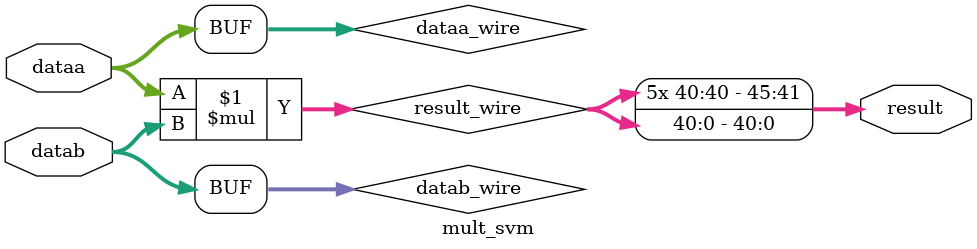
<source format=v>






//synthesis_resources = 
//synopsys translate_off
`timescale 1 ps / 1 ps
//synopsys translate_on
module  mult_svm
	( 
	dataa,
	datab,
	result) /* synthesis synthesis_clearbox=1 */;
	input   [31:0]  dataa;
	input   [8:0]  datab;
	output   [45:0]  result;

	wire signed	[31:0]    dataa_wire;
	wire signed	[8:0]    datab_wire;
	wire signed	[40:0]    result_wire;



	assign dataa_wire = dataa;
	assign datab_wire = datab;
	assign result_wire = dataa_wire * datab_wire;
	assign result = ({result_wire[40], result_wire[40], result_wire[40], result_wire[40], result_wire[40], result_wire[40:0]});

endmodule //mult_svm
//VALID FILE

</source>
